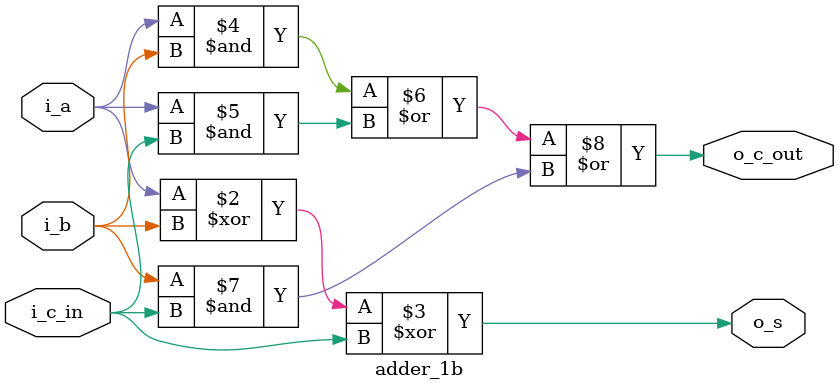
<source format=sv>
module adder_1b(
input logic i_a, i_b, i_c_in,
output logic o_s, o_c_out
);

always_comb begin
	o_s = (i_a ^ i_b ^ i_c_in);
	o_c_out = ((i_a&i_b) | (i_a&i_c_in) | (i_b&i_c_in));
end

endmodule 
</source>
